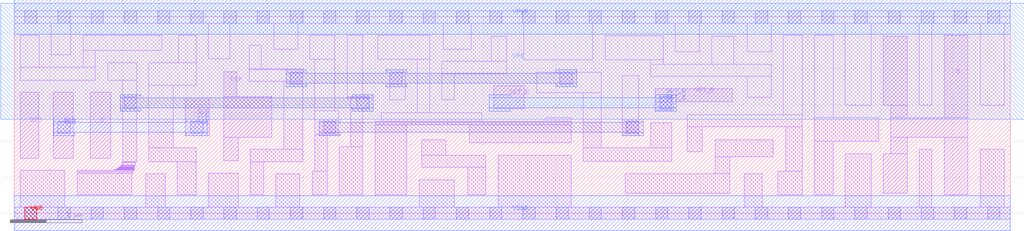
<source format=lef>
# Copyright 2020 The SkyWater PDK Authors
#
# Licensed under the Apache License, Version 2.0 (the "License");
# you may not use this file except in compliance with the License.
# You may obtain a copy of the License at
#
#     https://www.apache.org/licenses/LICENSE-2.0
#
# Unless required by applicable law or agreed to in writing, software
# distributed under the License is distributed on an "AS IS" BASIS,
# WITHOUT WARRANTIES OR CONDITIONS OF ANY KIND, either express or implied.
# See the License for the specific language governing permissions and
# limitations under the License.
#
# SPDX-License-Identifier: Apache-2.0

VERSION 5.7 ;
  NOWIREEXTENSIONATPIN ON ;
  DIVIDERCHAR "/" ;
  BUSBITCHARS "[]" ;
MACRO sky130_fd_sc_hd__sdfstp_4
  CLASS CORE ;
  FOREIGN sky130_fd_sc_hd__sdfstp_4 ;
  ORIGIN  0.000000  0.000000 ;
  SIZE  13.80000 BY  2.720000 ;
  SYMMETRY X Y R90 ;
  SITE unithd ;
  PIN D
    ANTENNAGATEAREA  0.159000 ;
    DIRECTION INPUT ;
    USE SIGNAL ;
    PORT
      LAYER li1 ;
        RECT 1.050000 0.765000 1.335000 1.675000 ;
    END
  END D
  PIN Q
    ANTENNADIFFAREA  0.891000 ;
    DIRECTION OUTPUT ;
    USE SIGNAL ;
    PORT
      LAYER li1 ;
        RECT 12.040000 0.275000 12.370000 0.825000 ;
        RECT 12.040000 1.495000 12.370000 2.450000 ;
        RECT 12.145000 0.825000 12.370000 1.055000 ;
        RECT 12.145000 1.055000 13.210000 1.325000 ;
        RECT 12.145000 1.325000 12.370000 1.495000 ;
        RECT 12.880000 0.255000 13.210000 1.055000 ;
        RECT 12.880000 1.325000 13.210000 2.465000 ;
    END
  END Q
  PIN SCD
    ANTENNAGATEAREA  0.159000 ;
    DIRECTION INPUT ;
    USE SIGNAL ;
    PORT
      LAYER li1 ;
        RECT 0.085000 0.765000 0.340000 1.675000 ;
    END
  END SCD
  PIN SCE
    ANTENNAGATEAREA  0.318000 ;
    DIRECTION INPUT ;
    USE SIGNAL ;
    PORT
      LAYER li1 ;
        RECT 0.540000 0.765000 0.820000 1.675000 ;
      LAYER mcon ;
        RECT 0.605000 1.105000 0.775000 1.275000 ;
    END
    PORT
      LAYER li1 ;
        RECT 2.370000 1.075000 2.700000 1.600000 ;
      LAYER mcon ;
        RECT 2.445000 1.105000 2.615000 1.275000 ;
    END
    PORT
      LAYER met1 ;
        RECT 0.545000 1.075000 0.835000 1.120000 ;
        RECT 0.545000 1.120000 2.675000 1.260000 ;
        RECT 0.545000 1.260000 0.835000 1.305000 ;
        RECT 2.385000 1.075000 2.675000 1.120000 ;
        RECT 2.385000 1.260000 2.675000 1.305000 ;
    END
  END SCE
  PIN SET_B
    ANTENNAGATEAREA  0.252000 ;
    DIRECTION INPUT ;
    USE SIGNAL ;
    PORT
      LAYER li1 ;
        RECT 6.640000 1.445000 7.065000 1.765000 ;
    END
    PORT
      LAYER li1 ;
        RECT 8.880000 1.425000 9.135000 1.545000 ;
        RECT 8.880000 1.545000 9.945000 1.725000 ;
      LAYER mcon ;
        RECT 8.940000 1.445000 9.110000 1.615000 ;
    END
    PORT
      LAYER met1 ;
        RECT 6.580000 1.415000 6.870000 1.460000 ;
        RECT 6.580000 1.460000 9.170000 1.600000 ;
        RECT 6.580000 1.600000 6.870000 1.645000 ;
        RECT 8.880000 1.415000 9.170000 1.460000 ;
        RECT 8.880000 1.600000 9.170000 1.645000 ;
    END
  END SET_B
  PIN CLK
    ANTENNAGATEAREA  0.159000 ;
    DIRECTION INPUT ;
    USE CLOCK ;
    PORT
      LAYER li1 ;
        RECT 2.905000 0.725000 3.100000 1.055000 ;
        RECT 2.905000 1.055000 3.565000 1.615000 ;
        RECT 2.905000 1.615000 3.085000 1.960000 ;
    END
  END CLK
  PIN VGND
    DIRECTION INOUT ;
    SHAPE ABUTMENT ;
    USE GROUND ;
    PORT
      LAYER met1 ;
        RECT 0.000000 -0.240000 13.800000 0.240000 ;
    END
  END VGND
  PIN VNB
    DIRECTION INOUT ;
    USE GROUND ;
    PORT
      LAYER pwell ;
        RECT 0.145000 -0.085000 0.315000 0.085000 ;
    END
  END VNB
  PIN VPB
    DIRECTION INOUT ;
    USE POWER ;
    PORT
      LAYER nwell ;
        RECT -0.190000 1.305000 13.990000 2.910000 ;
    END
  END VPB
  PIN VPWR
    DIRECTION INOUT ;
    SHAPE ABUTMENT ;
    USE POWER ;
    PORT
      LAYER met1 ;
        RECT 0.000000 2.480000 13.800000 2.960000 ;
    END
  END VPWR
  OBS
    LAYER li1 ;
      RECT  0.000000 -0.085000 13.800000 0.085000 ;
      RECT  0.000000  2.635000 13.800000 2.805000 ;
      RECT  0.085000  0.085000  0.700000 0.595000 ;
      RECT  0.085000  1.845000  1.125000 2.025000 ;
      RECT  0.085000  2.025000  0.345000 2.465000 ;
      RECT  0.515000  2.195000  0.785000 2.635000 ;
      RECT  0.870000  0.255000  1.625000 0.555000 ;
      RECT  0.870000  0.555000  1.640000 0.575000 ;
      RECT  0.870000  0.575000  1.650000 0.595000 ;
      RECT  0.955000  2.025000  1.125000 2.255000 ;
      RECT  0.955000  2.255000  2.045000 2.465000 ;
      RECT  1.295000  1.845000  1.695000 2.085000 ;
      RECT  1.380000  0.595000  1.660000 0.600000 ;
      RECT  1.395000  0.600000  1.660000 0.605000 ;
      RECT  1.405000  0.605000  1.660000 0.610000 ;
      RECT  1.420000  0.610000  1.660000 0.615000 ;
      RECT  1.430000  0.615000  1.660000 0.620000 ;
      RECT  1.440000  0.620000  1.665000 0.630000 ;
      RECT  1.445000  0.630000  1.665000 0.635000 ;
      RECT  1.460000  0.635000  1.665000 0.645000 ;
      RECT  1.475000  0.645000  1.670000 0.660000 ;
      RECT  1.475000  0.660000  1.675000 0.665000 ;
      RECT  1.495000  0.665000  1.675000 0.705000 ;
      RECT  1.505000  0.705000  1.675000 0.710000 ;
      RECT  1.505000  0.710000  1.695000 1.845000 ;
      RECT  1.825000  0.085000  2.090000 0.545000 ;
      RECT  1.865000  0.715000  2.520000 0.905000 ;
      RECT  1.865000  0.905000  2.200000 1.770000 ;
      RECT  1.865000  1.770000  2.520000 2.085000 ;
      RECT  2.260000  0.255000  2.520000 0.715000 ;
      RECT  2.270000  2.085000  2.520000 2.465000 ;
      RECT  2.690000  0.085000  3.100000 0.555000 ;
      RECT  2.690000  2.140000  2.985000 2.635000 ;
      RECT  3.255000  1.830000  3.995000 1.990000 ;
      RECT  3.255000  1.990000  3.985000 2.000000 ;
      RECT  3.255000  2.000000  3.425000 2.325000 ;
      RECT  3.270000  0.255000  3.455000 0.715000 ;
      RECT  3.270000  0.715000  3.995000 0.885000 ;
      RECT  3.595000  2.275000  3.925000 2.635000 ;
      RECT  3.625000  0.085000  3.955000 0.545000 ;
      RECT  3.735000  0.885000  3.995000 1.830000 ;
      RECT  4.095000  2.135000  4.440000 2.465000 ;
      RECT  4.125000  0.255000  4.335000 0.585000 ;
      RECT  4.165000  0.585000  4.335000 1.090000 ;
      RECT  4.165000  1.090000  4.490000 1.420000 ;
      RECT  4.165000  1.420000  4.440000 2.135000 ;
      RECT  4.505000  0.255000  4.830000 0.920000 ;
      RECT  4.615000  1.590000  4.915000 1.615000 ;
      RECT  4.615000  1.615000  4.830000 2.465000 ;
      RECT  4.660000  0.920000  4.830000 1.445000 ;
      RECT  4.660000  1.445000  4.915000 1.590000 ;
      RECT  5.000000  0.255000  5.440000 1.225000 ;
      RECT  5.000000  1.225000  7.715000 1.275000 ;
      RECT  5.035000  2.135000  5.755000 2.465000 ;
      RECT  5.085000  1.275000  6.475000 1.395000 ;
      RECT  5.205000  1.575000  5.415000 1.955000 ;
      RECT  5.585000  1.395000  5.755000 2.135000 ;
      RECT  5.610000  0.085000  6.095000 0.465000 ;
      RECT  5.645000  0.635000  6.535000 0.805000 ;
      RECT  5.645000  0.805000  5.975000 1.015000 ;
      RECT  5.925000  1.575000  6.095000 1.935000 ;
      RECT  5.925000  1.935000  6.820000 2.105000 ;
      RECT  5.945000  2.275000  6.330000 2.635000 ;
      RECT  6.285000  0.255000  6.535000 0.635000 ;
      RECT  6.305000  0.975000  7.715000 1.225000 ;
      RECT  6.605000  2.105000  6.820000 2.450000 ;
      RECT  6.705000  0.085000  7.715000 0.805000 ;
      RECT  7.060000  2.125000  8.015000 2.635000 ;
      RECT  7.235000  1.670000  8.135000 1.955000 ;
      RECT  7.355000  1.275000  7.715000 1.325000 ;
      RECT  7.885000  0.720000  9.105000 0.905000 ;
      RECT  7.885000  0.905000  8.135000 1.670000 ;
      RECT  8.185000  2.125000  8.990000 2.460000 ;
      RECT  8.425000  1.075000  8.650000 1.905000 ;
      RECT  8.465000  0.275000  9.910000 0.545000 ;
      RECT  8.820000  0.905000  9.105000 1.255000 ;
      RECT  8.820000  1.895000 10.485000 2.065000 ;
      RECT  8.820000  2.065000  8.990000 2.125000 ;
      RECT  9.160000  2.235000  9.490000 2.635000 ;
      RECT  9.320000  0.855000  9.530000 1.195000 ;
      RECT  9.320000  1.195000 10.915000 1.365000 ;
      RECT  9.660000  2.065000  9.965000 2.450000 ;
      RECT  9.710000  0.545000  9.910000 0.785000 ;
      RECT  9.710000  0.785000 10.515000 1.015000 ;
      RECT 10.115000  0.085000 10.365000 0.545000 ;
      RECT 10.155000  1.605000 10.485000 1.895000 ;
      RECT 10.155000  2.235000 10.485000 2.635000 ;
      RECT 10.575000  0.255000 10.915000 0.585000 ;
      RECT 10.655000  1.365000 10.915000 2.465000 ;
      RECT 10.685000  0.585000 10.915000 1.195000 ;
      RECT 11.085000  0.255000 11.345000 0.995000 ;
      RECT 11.085000  0.995000 11.975000 1.325000 ;
      RECT 11.085000  1.325000 11.345000 2.465000 ;
      RECT 11.515000  0.085000 11.870000 0.825000 ;
      RECT 11.515000  1.495000 11.870000 2.635000 ;
      RECT 12.540000  0.085000 12.710000 0.885000 ;
      RECT 12.540000  1.495000 12.710000 2.635000 ;
      RECT 13.380000  0.085000 13.715000 0.885000 ;
      RECT 13.380000  1.495000 13.715000 2.635000 ;
    LAYER mcon ;
      RECT  0.145000 -0.085000  0.315000 0.085000 ;
      RECT  0.145000  2.635000  0.315000 2.805000 ;
      RECT  0.605000 -0.085000  0.775000 0.085000 ;
      RECT  0.605000  2.635000  0.775000 2.805000 ;
      RECT  1.065000 -0.085000  1.235000 0.085000 ;
      RECT  1.065000  2.635000  1.235000 2.805000 ;
      RECT  1.525000 -0.085000  1.695000 0.085000 ;
      RECT  1.525000  1.445000  1.695000 1.615000 ;
      RECT  1.525000  2.635000  1.695000 2.805000 ;
      RECT  1.985000 -0.085000  2.155000 0.085000 ;
      RECT  1.985000  2.635000  2.155000 2.805000 ;
      RECT  2.445000 -0.085000  2.615000 0.085000 ;
      RECT  2.445000  2.635000  2.615000 2.805000 ;
      RECT  2.905000 -0.085000  3.075000 0.085000 ;
      RECT  2.905000  2.635000  3.075000 2.805000 ;
      RECT  3.365000 -0.085000  3.535000 0.085000 ;
      RECT  3.365000  2.635000  3.535000 2.805000 ;
      RECT  3.825000 -0.085000  3.995000 0.085000 ;
      RECT  3.825000  1.785000  3.995000 1.955000 ;
      RECT  3.825000  2.635000  3.995000 2.805000 ;
      RECT  4.285000 -0.085000  4.455000 0.085000 ;
      RECT  4.285000  1.105000  4.455000 1.275000 ;
      RECT  4.285000  2.635000  4.455000 2.805000 ;
      RECT  4.745000 -0.085000  4.915000 0.085000 ;
      RECT  4.745000  1.445000  4.915000 1.615000 ;
      RECT  4.745000  2.635000  4.915000 2.805000 ;
      RECT  5.205000 -0.085000  5.375000 0.085000 ;
      RECT  5.205000  1.785000  5.375000 1.955000 ;
      RECT  5.205000  2.635000  5.375000 2.805000 ;
      RECT  5.665000 -0.085000  5.835000 0.085000 ;
      RECT  5.665000  2.635000  5.835000 2.805000 ;
      RECT  6.125000 -0.085000  6.295000 0.085000 ;
      RECT  6.125000  2.635000  6.295000 2.805000 ;
      RECT  6.585000 -0.085000  6.755000 0.085000 ;
      RECT  6.585000  2.635000  6.755000 2.805000 ;
      RECT  7.045000 -0.085000  7.215000 0.085000 ;
      RECT  7.045000  2.635000  7.215000 2.805000 ;
      RECT  7.505000 -0.085000  7.675000 0.085000 ;
      RECT  7.505000  2.635000  7.675000 2.805000 ;
      RECT  7.560000  1.785000  7.730000 1.955000 ;
      RECT  7.965000 -0.085000  8.135000 0.085000 ;
      RECT  7.965000  2.635000  8.135000 2.805000 ;
      RECT  8.425000 -0.085000  8.595000 0.085000 ;
      RECT  8.425000  2.635000  8.595000 2.805000 ;
      RECT  8.480000  1.105000  8.650000 1.275000 ;
      RECT  8.885000 -0.085000  9.055000 0.085000 ;
      RECT  8.885000  2.635000  9.055000 2.805000 ;
      RECT  9.345000 -0.085000  9.515000 0.085000 ;
      RECT  9.345000  2.635000  9.515000 2.805000 ;
      RECT  9.805000 -0.085000  9.975000 0.085000 ;
      RECT  9.805000  2.635000  9.975000 2.805000 ;
      RECT 10.265000 -0.085000 10.435000 0.085000 ;
      RECT 10.265000  2.635000 10.435000 2.805000 ;
      RECT 10.725000 -0.085000 10.895000 0.085000 ;
      RECT 10.725000  2.635000 10.895000 2.805000 ;
      RECT 11.185000 -0.085000 11.355000 0.085000 ;
      RECT 11.185000  2.635000 11.355000 2.805000 ;
      RECT 11.645000 -0.085000 11.815000 0.085000 ;
      RECT 11.645000  2.635000 11.815000 2.805000 ;
      RECT 12.105000 -0.085000 12.275000 0.085000 ;
      RECT 12.105000  2.635000 12.275000 2.805000 ;
      RECT 12.565000 -0.085000 12.735000 0.085000 ;
      RECT 12.565000  2.635000 12.735000 2.805000 ;
      RECT 13.025000 -0.085000 13.195000 0.085000 ;
      RECT 13.025000  2.635000 13.195000 2.805000 ;
      RECT 13.485000 -0.085000 13.655000 0.085000 ;
      RECT 13.485000  2.635000 13.655000 2.805000 ;
    LAYER met1 ;
      RECT 1.465000 1.415000 1.755000 1.460000 ;
      RECT 1.465000 1.460000 4.975000 1.600000 ;
      RECT 1.465000 1.600000 1.755000 1.645000 ;
      RECT 3.765000 1.755000 4.055000 1.800000 ;
      RECT 3.765000 1.800000 7.790000 1.940000 ;
      RECT 3.765000 1.940000 4.055000 1.985000 ;
      RECT 4.225000 1.075000 4.515000 1.120000 ;
      RECT 4.225000 1.120000 8.710000 1.260000 ;
      RECT 4.225000 1.260000 4.515000 1.305000 ;
      RECT 4.685000 1.415000 4.975000 1.460000 ;
      RECT 4.685000 1.600000 4.975000 1.645000 ;
      RECT 5.145000 1.755000 5.435000 1.800000 ;
      RECT 5.145000 1.940000 5.435000 1.985000 ;
      RECT 7.500000 1.755000 7.790000 1.800000 ;
      RECT 7.500000 1.940000 7.790000 1.985000 ;
      RECT 8.420000 1.075000 8.710000 1.120000 ;
      RECT 8.420000 1.260000 8.710000 1.305000 ;
  END
END sky130_fd_sc_hd__sdfstp_4
END LIBRARY

</source>
